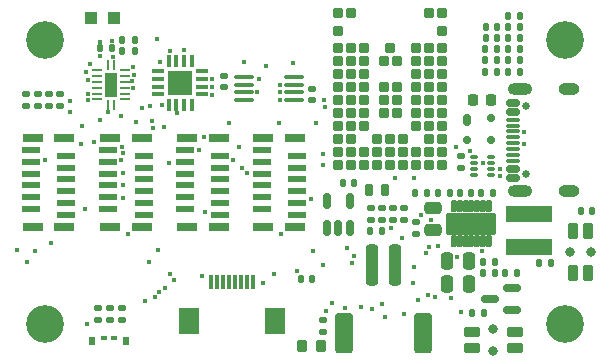
<source format=gbr>
%TF.GenerationSoftware,KiCad,Pcbnew,9.0.4*%
%TF.CreationDate,2025-09-08T17:38:28-04:00*%
%TF.ProjectId,CPU1-NRF5340-uBlox-NORA,43505531-2d4e-4524-9635-3334302d7542,A*%
%TF.SameCoordinates,Original*%
%TF.FileFunction,Soldermask,Top*%
%TF.FilePolarity,Negative*%
%FSLAX46Y46*%
G04 Gerber Fmt 4.6, Leading zero omitted, Abs format (unit mm)*
G04 Created by KiCad (PCBNEW 9.0.4) date 2025-09-08 17:38:28*
%MOMM*%
%LPD*%
G01*
G04 APERTURE LIST*
G04 Aperture macros list*
%AMRoundRect*
0 Rectangle with rounded corners*
0 $1 Rounding radius*
0 $2 $3 $4 $5 $6 $7 $8 $9 X,Y pos of 4 corners*
0 Add a 4 corners polygon primitive as box body*
4,1,4,$2,$3,$4,$5,$6,$7,$8,$9,$2,$3,0*
0 Add four circle primitives for the rounded corners*
1,1,$1+$1,$2,$3*
1,1,$1+$1,$4,$5*
1,1,$1+$1,$6,$7*
1,1,$1+$1,$8,$9*
0 Add four rect primitives between the rounded corners*
20,1,$1+$1,$2,$3,$4,$5,0*
20,1,$1+$1,$4,$5,$6,$7,0*
20,1,$1+$1,$6,$7,$8,$9,0*
20,1,$1+$1,$8,$9,$2,$3,0*%
G04 Aperture macros list end*
%ADD10RoundRect,0.250000X-0.250000X-1.500000X0.250000X-1.500000X0.250000X1.500000X-0.250000X1.500000X0*%
%ADD11RoundRect,0.250001X-0.499999X-1.449999X0.499999X-1.449999X0.499999X1.449999X-0.499999X1.449999X0*%
%ADD12RoundRect,0.135000X-0.135000X-0.185000X0.135000X-0.185000X0.135000X0.185000X-0.135000X0.185000X0*%
%ADD13C,3.200000*%
%ADD14RoundRect,0.140000X-0.170000X0.140000X-0.170000X-0.140000X0.170000X-0.140000X0.170000X0.140000X0*%
%ADD15RoundRect,0.147500X-0.147500X-0.172500X0.147500X-0.172500X0.147500X0.172500X-0.147500X0.172500X0*%
%ADD16RoundRect,0.140000X0.170000X-0.140000X0.170000X0.140000X-0.170000X0.140000X-0.170000X-0.140000X0*%
%ADD17RoundRect,0.135000X0.135000X0.185000X-0.135000X0.185000X-0.135000X-0.185000X0.135000X-0.185000X0*%
%ADD18RoundRect,0.150000X0.150000X-0.512500X0.150000X0.512500X-0.150000X0.512500X-0.150000X-0.512500X0*%
%ADD19C,0.650000*%
%ADD20RoundRect,0.150000X0.425000X-0.150000X0.425000X0.150000X-0.425000X0.150000X-0.425000X-0.150000X0*%
%ADD21RoundRect,0.075000X0.500000X-0.075000X0.500000X0.075000X-0.500000X0.075000X-0.500000X-0.075000X0*%
%ADD22O,2.100000X1.000000*%
%ADD23O,1.800000X1.000000*%
%ADD24R,1.000000X1.000000*%
%ADD25RoundRect,0.250000X-0.475000X0.250000X-0.475000X-0.250000X0.475000X-0.250000X0.475000X0.250000X0*%
%ADD26RoundRect,0.250000X0.250000X0.475000X-0.250000X0.475000X-0.250000X-0.475000X0.250000X-0.475000X0*%
%ADD27RoundRect,0.100000X-0.712500X-0.100000X0.712500X-0.100000X0.712500X0.100000X-0.712500X0.100000X0*%
%ADD28R,0.300000X1.300000*%
%ADD29R,1.800000X2.200000*%
%ADD30R,1.500000X0.600000*%
%ADD31R,1.800000X0.800000*%
%ADD32RoundRect,0.062500X-0.062500X-0.350000X0.062500X-0.350000X0.062500X0.350000X-0.062500X0.350000X0*%
%ADD33RoundRect,0.062500X-0.350000X-0.062500X0.350000X-0.062500X0.350000X0.062500X-0.350000X0.062500X0*%
%ADD34R,1.000000X2.000000*%
%ADD35RoundRect,0.135000X0.185000X-0.135000X0.185000X0.135000X-0.185000X0.135000X-0.185000X-0.135000X0*%
%ADD36C,0.800000*%
%ADD37RoundRect,0.135000X0.315000X-0.565000X0.315000X0.565000X-0.315000X0.565000X-0.315000X-0.565000X0*%
%ADD38RoundRect,0.225000X0.225000X0.250000X-0.225000X0.250000X-0.225000X-0.250000X0.225000X-0.250000X0*%
%ADD39RoundRect,0.050000X-0.285000X-0.100000X0.285000X-0.100000X0.285000X0.100000X-0.285000X0.100000X0*%
%ADD40RoundRect,0.140000X0.140000X0.170000X-0.140000X0.170000X-0.140000X-0.170000X0.140000X-0.170000X0*%
%ADD41RoundRect,0.150000X0.150000X0.400000X-0.150000X0.400000X-0.150000X-0.400000X0.150000X-0.400000X0*%
%ADD42RoundRect,0.225000X0.225000X0.275000X-0.225000X0.275000X-0.225000X-0.275000X0.225000X-0.275000X0*%
%ADD43RoundRect,0.135000X-0.565000X-0.315000X0.565000X-0.315000X0.565000X0.315000X-0.565000X0.315000X0*%
%ADD44RoundRect,0.135000X-0.185000X0.135000X-0.185000X-0.135000X0.185000X-0.135000X0.185000X0.135000X0*%
%ADD45RoundRect,0.150000X0.587500X0.150000X-0.587500X0.150000X-0.587500X-0.150000X0.587500X-0.150000X0*%
%ADD46RoundRect,0.140000X-0.140000X-0.170000X0.140000X-0.170000X0.140000X0.170000X-0.140000X0.170000X0*%
%ADD47RoundRect,0.102000X0.150000X-0.425000X0.150000X0.425000X-0.150000X0.425000X-0.150000X-0.425000X0*%
%ADD48RoundRect,0.102000X2.000000X-0.790000X2.000000X0.790000X-2.000000X0.790000X-2.000000X-0.790000X0*%
%ADD49RoundRect,0.102000X-1.850000X0.600000X-1.850000X-0.600000X1.850000X-0.600000X1.850000X0.600000X0*%
%ADD50RoundRect,0.175000X-0.175000X-0.325000X0.175000X-0.325000X0.175000X0.325000X-0.175000X0.325000X0*%
%ADD51RoundRect,0.150000X-0.200000X-0.150000X0.200000X-0.150000X0.200000X0.150000X-0.200000X0.150000X0*%
%ADD52RoundRect,0.102000X0.300000X-0.300000X0.300000X0.300000X-0.300000X0.300000X-0.300000X-0.300000X0*%
%ADD53R,0.550000X0.780000*%
%ADD54R,0.550000X0.340000*%
%ADD55RoundRect,0.087500X0.425000X0.087500X-0.425000X0.087500X-0.425000X-0.087500X0.425000X-0.087500X0*%
%ADD56RoundRect,0.087500X0.087500X0.425000X-0.087500X0.425000X-0.087500X-0.425000X0.087500X-0.425000X0*%
%ADD57R,2.100000X2.100000*%
%ADD58C,0.450000*%
G04 APERTURE END LIST*
D10*
%TO.C,J3*%
X136150000Y-96550000D03*
X138150000Y-96550000D03*
D11*
X133800000Y-102300000D03*
X140500000Y-102300000D03*
%TD*%
D12*
%TO.C,R29*%
X144690000Y-100550000D03*
X145710000Y-100550000D03*
%TD*%
D13*
%TO.C,H2*%
X152500000Y-77500000D03*
%TD*%
D14*
%TO.C,C7*%
X137025000Y-91720000D03*
X137025000Y-92680000D03*
%TD*%
D15*
%TO.C,D1*%
X145832500Y-76375000D03*
X146802500Y-76375000D03*
%TD*%
D16*
%TO.C,C10*%
X138900000Y-92680000D03*
X138900000Y-91720000D03*
%TD*%
D17*
%TO.C,R17*%
X142760000Y-90400000D03*
X141740000Y-90400000D03*
%TD*%
D18*
%TO.C,U5*%
X132387500Y-93387500D03*
X133337500Y-93387500D03*
X134287500Y-93387500D03*
X134287500Y-91112500D03*
X132387500Y-91112500D03*
%TD*%
D19*
%TO.C,J1*%
X149220000Y-88850000D03*
X149220000Y-83070000D03*
D20*
X148145000Y-89160000D03*
X148145000Y-88360000D03*
D21*
X148145000Y-87210000D03*
X148145000Y-86210000D03*
X148145000Y-85710000D03*
X148145000Y-84710000D03*
D20*
X148145000Y-83560000D03*
X148145000Y-82760000D03*
X148145000Y-82760000D03*
X148145000Y-83560000D03*
D21*
X148145000Y-84210000D03*
X148145000Y-85210000D03*
X148145000Y-86710000D03*
X148145000Y-87710000D03*
D20*
X148145000Y-88360000D03*
X148145000Y-89160000D03*
D22*
X148720000Y-90280000D03*
D23*
X152900000Y-90280000D03*
D22*
X148720000Y-81640000D03*
D23*
X152900000Y-81640000D03*
%TD*%
D17*
%TO.C,R9*%
X148710000Y-78250000D03*
X147690000Y-78250000D03*
%TD*%
%TO.C,R23*%
X151360000Y-96350000D03*
X150340000Y-96350000D03*
%TD*%
D24*
%TO.C,TP1*%
X112360000Y-75621000D03*
%TD*%
D25*
%TO.C,C13*%
X141375000Y-91650000D03*
X141375000Y-93550000D03*
%TD*%
D26*
%TO.C,C14*%
X144400000Y-96150000D03*
X142500000Y-96150000D03*
%TD*%
D16*
%TO.C,C4*%
X131125000Y-82555000D03*
X131125000Y-81595000D03*
%TD*%
D27*
%TO.C,U3*%
X125337500Y-80600000D03*
X125337500Y-81250000D03*
X125337500Y-81900000D03*
X125337500Y-82550000D03*
X129562500Y-82550000D03*
X129562500Y-81900000D03*
X129562500Y-81250000D03*
X129562500Y-80600000D03*
%TD*%
D13*
%TO.C,H1*%
X108500000Y-77500000D03*
%TD*%
D28*
%TO.C,J2*%
X122575000Y-97975000D03*
X123075000Y-97975000D03*
X123575000Y-97975000D03*
X124075000Y-97975000D03*
X124575000Y-97975000D03*
X125075000Y-97975000D03*
X125575000Y-97975000D03*
X126075000Y-97975000D03*
D29*
X120675000Y-101225000D03*
X127975000Y-101225000D03*
%TD*%
D30*
%TO.C,CON1*%
X107300000Y-86775000D03*
X110300000Y-87275000D03*
X107300000Y-87775000D03*
X110300000Y-88275000D03*
X107300000Y-88775000D03*
X110300000Y-89275000D03*
X107300000Y-89775000D03*
X110300000Y-90275000D03*
X107300000Y-90775000D03*
X110300000Y-91275000D03*
X107300000Y-91775000D03*
X110300000Y-92275000D03*
D31*
X107450000Y-85775000D03*
X110150000Y-85775000D03*
X107450000Y-93275000D03*
X110150000Y-93275000D03*
%TD*%
D16*
%TO.C,C12*%
X139925000Y-93855000D03*
X139925000Y-92895000D03*
%TD*%
D32*
%TO.C,U1*%
X113825000Y-79562500D03*
D33*
X112887500Y-80000000D03*
X112887500Y-80500000D03*
X112887500Y-81000000D03*
X112887500Y-81500000D03*
X112887500Y-82000000D03*
X112887500Y-82500000D03*
D32*
X113825000Y-82937500D03*
X114325000Y-82937500D03*
D33*
X115262500Y-82500000D03*
X115262500Y-82000000D03*
X115262500Y-81500000D03*
X115262500Y-81000000D03*
X115262500Y-80500000D03*
X115262500Y-80000000D03*
D32*
X114325000Y-79562500D03*
D34*
X114075000Y-81250000D03*
%TD*%
D30*
%TO.C,CON3*%
X120350000Y-86775000D03*
X123350000Y-87275000D03*
X120350000Y-87775000D03*
X123350000Y-88275000D03*
X120350000Y-88775000D03*
X123350000Y-89275000D03*
X120350000Y-89775000D03*
X123350000Y-90275000D03*
X120350000Y-90775000D03*
X123350000Y-91275000D03*
X120350000Y-91775000D03*
X123350000Y-92275000D03*
D31*
X120500000Y-85775000D03*
X123200000Y-85775000D03*
X120500000Y-93275000D03*
X123200000Y-93275000D03*
%TD*%
D17*
%TO.C,R16*%
X140885000Y-90425000D03*
X139865000Y-90425000D03*
%TD*%
D35*
%TO.C,R26*%
X115040000Y-101210000D03*
X115040000Y-100190000D03*
%TD*%
D12*
%TO.C,R10*%
X147665000Y-79200000D03*
X148685000Y-79200000D03*
%TD*%
%TO.C,R8*%
X145790000Y-80150000D03*
X146810000Y-80150000D03*
%TD*%
D13*
%TO.C,H4*%
X152500000Y-101500000D03*
%TD*%
D30*
%TO.C,CON2*%
X113850000Y-86775000D03*
X116850000Y-87275000D03*
X113850000Y-87775000D03*
X116850000Y-88275000D03*
X113850000Y-88775000D03*
X116850000Y-89275000D03*
X113850000Y-89775000D03*
X116850000Y-90275000D03*
X113850000Y-90775000D03*
X116850000Y-91275000D03*
X113850000Y-91775000D03*
X116850000Y-92275000D03*
D31*
X114000000Y-85775000D03*
X116700000Y-85775000D03*
X114000000Y-93275000D03*
X116700000Y-93275000D03*
%TD*%
D26*
%TO.C,C16*%
X144425000Y-98125000D03*
X142525000Y-98125000D03*
%TD*%
D36*
%TO.C,SW1*%
X152960000Y-95421000D03*
X154760000Y-95421000D03*
D37*
X154510000Y-97221000D03*
X154510000Y-93621000D03*
X153210000Y-93621000D03*
X153210000Y-97221000D03*
%TD*%
D16*
%TO.C,C3*%
X123650000Y-81480000D03*
X123650000Y-80520000D03*
%TD*%
D38*
%TO.C,C5*%
X146250000Y-82575000D03*
X144700000Y-82575000D03*
%TD*%
D39*
%TO.C,U6*%
X144785000Y-87412500D03*
X144785000Y-87912500D03*
X144785000Y-88412500D03*
X144785000Y-88912500D03*
X146265000Y-88912500D03*
X146265000Y-88412500D03*
X146265000Y-87912500D03*
X146265000Y-87412500D03*
%TD*%
D17*
%TO.C,R18*%
X146460000Y-90400000D03*
X145440000Y-90400000D03*
%TD*%
D12*
%TO.C,R21*%
X145590000Y-97200000D03*
X146610000Y-97200000D03*
%TD*%
D35*
%TO.C,R14*%
X109775000Y-83035000D03*
X109775000Y-82015000D03*
%TD*%
D40*
%TO.C,C11*%
X144580000Y-90400000D03*
X143620000Y-90400000D03*
%TD*%
D41*
%TO.C,Y1*%
X137300000Y-90175000D03*
X135900000Y-90175000D03*
%TD*%
D35*
%TO.C,R19*%
X143725000Y-88310000D03*
X143725000Y-87290000D03*
%TD*%
D12*
%TO.C,R11*%
X147665000Y-80150000D03*
X148685000Y-80150000D03*
%TD*%
D14*
%TO.C,C9*%
X137975000Y-91720000D03*
X137975000Y-92680000D03*
%TD*%
D35*
%TO.C,R12*%
X106925000Y-83035000D03*
X106925000Y-82015000D03*
%TD*%
D42*
%TO.C,D5*%
X131852500Y-103372500D03*
X130252500Y-103372500D03*
%TD*%
D17*
%TO.C,R7*%
X146810000Y-79200000D03*
X145790000Y-79200000D03*
%TD*%
D36*
%TO.C,SW2*%
X146475000Y-101962500D03*
X146475000Y-103762500D03*
D43*
X144675000Y-103512500D03*
X148275000Y-103512500D03*
X148275000Y-102212500D03*
X144675000Y-102212500D03*
%TD*%
D17*
%TO.C,R5*%
X116085000Y-78400000D03*
X115065000Y-78400000D03*
%TD*%
%TO.C,R22*%
X146610000Y-96250000D03*
X145590000Y-96250000D03*
%TD*%
D35*
%TO.C,R25*%
X113025000Y-101210000D03*
X113025000Y-100190000D03*
%TD*%
D44*
%TO.C,R28*%
X132075000Y-101140000D03*
X132075000Y-102160000D03*
%TD*%
D12*
%TO.C,R4*%
X147665000Y-75400000D03*
X148685000Y-75400000D03*
%TD*%
%TO.C,R20*%
X136040000Y-93625000D03*
X137060000Y-93625000D03*
%TD*%
D40*
%TO.C,C2*%
X114155000Y-78150000D03*
X113195000Y-78150000D03*
%TD*%
D17*
%TO.C,R3*%
X148685000Y-76350000D03*
X147665000Y-76350000D03*
%TD*%
D45*
%TO.C,Q1*%
X148037500Y-100325000D03*
X148037500Y-98425000D03*
X146162500Y-99375000D03*
%TD*%
D17*
%TO.C,R6*%
X146810000Y-78250000D03*
X145790000Y-78250000D03*
%TD*%
D12*
%TO.C,R2*%
X147665000Y-77300000D03*
X148685000Y-77300000D03*
%TD*%
D46*
%TO.C,C15*%
X130145000Y-97700000D03*
X131105000Y-97700000D03*
%TD*%
D24*
%TO.C,TP2*%
X114360000Y-75621000D03*
%TD*%
D47*
%TO.C,U7*%
X143110000Y-94496000D03*
X143610000Y-94496000D03*
X144110000Y-94496000D03*
X144610000Y-94496000D03*
X145110000Y-94496000D03*
X145610000Y-94496000D03*
X146110000Y-94496000D03*
X146110000Y-91546000D03*
X145610000Y-91546000D03*
X145110000Y-91546000D03*
X144610000Y-91546000D03*
X144110000Y-91546000D03*
X143610000Y-91546000D03*
X143110000Y-91546000D03*
D48*
X144610000Y-93021000D03*
%TD*%
D30*
%TO.C,CON4*%
X126850000Y-86775000D03*
X129850000Y-87275000D03*
X126850000Y-87775000D03*
X129850000Y-88275000D03*
X126850000Y-88775000D03*
X129850000Y-89275000D03*
X126850000Y-89775000D03*
X129850000Y-90275000D03*
X126850000Y-90775000D03*
X129850000Y-91275000D03*
X126850000Y-91775000D03*
X129850000Y-92275000D03*
D31*
X127000000Y-85775000D03*
X129700000Y-85775000D03*
X127000000Y-93275000D03*
X129700000Y-93275000D03*
%TD*%
D49*
%TO.C,L1*%
X149510000Y-92221000D03*
X149510000Y-95021000D03*
%TD*%
D40*
%TO.C,C6*%
X134655000Y-89550000D03*
X133695000Y-89550000D03*
%TD*%
D35*
%TO.C,R13*%
X107875000Y-83035000D03*
X107875000Y-82015000D03*
%TD*%
D50*
%TO.C,D2*%
X144260000Y-84258500D03*
D51*
X144260000Y-85958500D03*
X146260000Y-85958500D03*
X146260000Y-84058500D03*
%TD*%
D35*
%TO.C,R27*%
X114025000Y-101210000D03*
X114025000Y-100190000D03*
%TD*%
D52*
%TO.C,U4*%
X142150000Y-88075000D03*
X141050000Y-88075000D03*
X139950000Y-88075000D03*
X138850000Y-88075000D03*
X137750000Y-88075000D03*
X136650000Y-88075000D03*
X135550000Y-88075000D03*
X134450000Y-88075000D03*
X133350000Y-88075000D03*
X142150000Y-86975000D03*
X141050000Y-86975000D03*
X139950000Y-86975000D03*
X138850000Y-86975000D03*
X137750000Y-86975000D03*
X136650000Y-86975000D03*
X135550000Y-86975000D03*
X134450000Y-86975000D03*
X133350000Y-86975000D03*
X142150000Y-85875000D03*
X141050000Y-85875000D03*
X138850000Y-85875000D03*
X137750000Y-85875000D03*
X136650000Y-85875000D03*
X134450000Y-85875000D03*
X133350000Y-85875000D03*
X142150000Y-84775000D03*
X141050000Y-84775000D03*
X139950000Y-84775000D03*
X135550000Y-84775000D03*
X134450000Y-84775000D03*
X133350000Y-84775000D03*
X142150000Y-83675000D03*
X141050000Y-83675000D03*
X139950000Y-83675000D03*
X138300000Y-83675000D03*
X137200000Y-83675000D03*
X135550000Y-83675000D03*
X134450000Y-83675000D03*
X133350000Y-83675000D03*
X142150000Y-82575000D03*
X141050000Y-82575000D03*
X139950000Y-82575000D03*
X138300000Y-82575000D03*
X137200000Y-82575000D03*
X135550000Y-82575000D03*
X134450000Y-82575000D03*
X133350000Y-82575000D03*
X142150000Y-81475000D03*
X141050000Y-81475000D03*
X139950000Y-81475000D03*
X138300000Y-81475000D03*
X137200000Y-81475000D03*
X135550000Y-81475000D03*
X134450000Y-81475000D03*
X133350000Y-81475000D03*
X142150000Y-80375000D03*
X141050000Y-80375000D03*
X139950000Y-80375000D03*
X135550000Y-80375000D03*
X134450000Y-80375000D03*
X133350000Y-80375000D03*
X142150000Y-79275000D03*
X141050000Y-79275000D03*
X139950000Y-79275000D03*
X138300000Y-79275000D03*
X137200000Y-79275000D03*
X135550000Y-79275000D03*
X134450000Y-79275000D03*
X133350000Y-79275000D03*
X142150000Y-78175000D03*
X141050000Y-78175000D03*
X139950000Y-78175000D03*
X137750000Y-78175000D03*
X135550000Y-78175000D03*
X134450000Y-78175000D03*
X133350000Y-78175000D03*
X142150000Y-76675000D03*
X133350000Y-76675000D03*
X142150000Y-75175000D03*
X141050000Y-75175000D03*
X134450000Y-75175000D03*
X133350000Y-75175000D03*
%TD*%
D12*
%TO.C,R1*%
X115065000Y-77450000D03*
X116085000Y-77450000D03*
%TD*%
D35*
%TO.C,R15*%
X108825000Y-83035000D03*
X108825000Y-82015000D03*
%TD*%
D46*
%TO.C,C1*%
X145845000Y-77325000D03*
X146805000Y-77325000D03*
%TD*%
D15*
%TO.C,D3*%
X153842500Y-91971000D03*
X154812500Y-91971000D03*
%TD*%
D14*
%TO.C,C8*%
X136100000Y-91720000D03*
X136100000Y-92680000D03*
%TD*%
D53*
%TO.C,D4*%
X112500000Y-102920000D03*
D54*
X113500000Y-102700000D03*
X114350000Y-102700000D03*
D53*
X115350000Y-102920000D03*
%TD*%
D13*
%TO.C,H3*%
X108500000Y-101500000D03*
%TD*%
D12*
%TO.C,R24*%
X147465000Y-97200000D03*
X148485000Y-97200000D03*
%TD*%
D55*
%TO.C,U2*%
X121812500Y-82075000D03*
X121812500Y-81425000D03*
X121812500Y-80775000D03*
X121812500Y-80125000D03*
D56*
X120925000Y-79237500D03*
X120275000Y-79237500D03*
X119625000Y-79237500D03*
X118975000Y-79237500D03*
D55*
X118087500Y-80125000D03*
X118087500Y-80775000D03*
X118087500Y-81425000D03*
X118087500Y-82075000D03*
D56*
X118975000Y-82962500D03*
X119625000Y-82962500D03*
X120275000Y-82962500D03*
X120925000Y-82962500D03*
D57*
X119950000Y-81100000D03*
%TD*%
D58*
X132000000Y-88050000D03*
X132000000Y-87100000D03*
X117950000Y-77400000D03*
X113188105Y-78812000D03*
X117396000Y-83057426D03*
X117300000Y-96250000D03*
X116747009Y-83203802D03*
X125323600Y-79349600D03*
X122021600Y-91998800D03*
X118250000Y-79300000D03*
X107425000Y-85800000D03*
X142150000Y-75175000D03*
X127000000Y-85775000D03*
X144450000Y-86850000D03*
X153225000Y-97200000D03*
X138150000Y-97900000D03*
X147675000Y-79200000D03*
X141050000Y-75175000D03*
X138875000Y-91725000D03*
X138150000Y-96550000D03*
X142150000Y-76675000D03*
X113195000Y-77600000D03*
X146275000Y-93575000D03*
X138300000Y-83675000D03*
X112150000Y-82550000D03*
X123200000Y-93275000D03*
X107300000Y-86775000D03*
X127000000Y-93275000D03*
X127975000Y-101250000D03*
X114025000Y-93275000D03*
X141725000Y-90400000D03*
X128400000Y-81250000D03*
X146275000Y-92500000D03*
X134450000Y-75175000D03*
X110125000Y-85800000D03*
X131100000Y-97700000D03*
X137025000Y-92700000D03*
X141050000Y-86975000D03*
X133325000Y-93400000D03*
X126850000Y-86775000D03*
X143625000Y-90382500D03*
X142925000Y-93550000D03*
X153225000Y-93650000D03*
X146800000Y-80150000D03*
X142500000Y-96150000D03*
X137750000Y-78169000D03*
X129700000Y-93275000D03*
X107450000Y-93275000D03*
X135550000Y-78169000D03*
X148700000Y-75425000D03*
X123200000Y-85775000D03*
X120700000Y-101250000D03*
X106900000Y-82000000D03*
X138300000Y-82575000D03*
X122650000Y-82100000D03*
X113875000Y-86800000D03*
X116100000Y-77425000D03*
X148275000Y-102250000D03*
X112150000Y-82000000D03*
X133725000Y-89550000D03*
X123650002Y-80520000D03*
X129725000Y-85800000D03*
X142925000Y-92450000D03*
X148025000Y-98425000D03*
X146625000Y-97225000D03*
X137075000Y-93650000D03*
X144675000Y-102275000D03*
X108825000Y-82000000D03*
X113975000Y-85775000D03*
X134450000Y-78169000D03*
X137200000Y-82575000D03*
X139925000Y-92900000D03*
X113821537Y-83600000D03*
X120475000Y-85775000D03*
X143400000Y-95800000D03*
X133350000Y-75175000D03*
X139875000Y-90425000D03*
X120500000Y-93275000D03*
X134450000Y-86975000D03*
X110175000Y-93275000D03*
X116675000Y-93275000D03*
X116700000Y-85775000D03*
X144700000Y-82575000D03*
X142525000Y-98125000D03*
X141025000Y-78169000D03*
X109775000Y-82014998D03*
X148700000Y-77300000D03*
X126450000Y-81900000D03*
X133350000Y-76675000D03*
X148026284Y-89176284D03*
X148025000Y-82775000D03*
X120375000Y-86800000D03*
X147675000Y-80175000D03*
X107850000Y-82000000D03*
X142925000Y-92975000D03*
X128400000Y-81850000D03*
X146275000Y-93100000D03*
X127000000Y-98000000D03*
X146825000Y-77325000D03*
X120275002Y-78350000D03*
X131125000Y-81600000D03*
X141375000Y-93550000D03*
X137200000Y-83675000D03*
X138150000Y-95375000D03*
X144600000Y-93000000D03*
X142150000Y-88075000D03*
X139950000Y-78169000D03*
X122650000Y-80750000D03*
X136100000Y-92700000D03*
X122650000Y-81425000D03*
X137950000Y-92700000D03*
X133325000Y-88075000D03*
X144250000Y-84275000D03*
X121775000Y-97465500D03*
X131125000Y-82525000D03*
X144700000Y-100550000D03*
X113131197Y-84281197D03*
X145850000Y-76400000D03*
X128400000Y-82550000D03*
X119649256Y-83659499D03*
X112000000Y-80150000D03*
X135549999Y-86975001D03*
X123650002Y-81480000D03*
X134700000Y-89550000D03*
X146625000Y-96250000D03*
X144425000Y-98125000D03*
X114150000Y-77550000D03*
X116825000Y-87300000D03*
X110275000Y-87275000D03*
X144625000Y-94500000D03*
X123350000Y-87325000D03*
X112050000Y-101475000D03*
X114300000Y-78900000D03*
X134450000Y-88075000D03*
X145525000Y-95325000D03*
X130150000Y-97725000D03*
X146850000Y-78250000D03*
X135550000Y-88050000D03*
X144400000Y-96150000D03*
X150325000Y-96375000D03*
X129849999Y-87274999D03*
X140098327Y-99461500D03*
X141050000Y-81475000D03*
X107625000Y-95350000D03*
X134483767Y-96322082D03*
X135550000Y-83675000D03*
X109014634Y-94694240D03*
X133350000Y-81475000D03*
X111850000Y-91776000D03*
X114898399Y-83927062D03*
X139950000Y-80375000D03*
X110300000Y-91275000D03*
X111650000Y-84725000D03*
X115120619Y-87075095D03*
X109786304Y-83081000D03*
X115930517Y-81562774D03*
X125627722Y-88700500D03*
X134450000Y-79275000D03*
X107300000Y-91775000D03*
X106150000Y-95275000D03*
X132065500Y-96527549D03*
X134450000Y-83675000D03*
X112675000Y-86075000D03*
X134450000Y-84775000D03*
X139950000Y-84775000D03*
X138875906Y-100629007D03*
X106950000Y-96250000D03*
X111525000Y-86275000D03*
X139950000Y-81475000D03*
X117585478Y-84294426D03*
X142150000Y-81475000D03*
X117607358Y-84947062D03*
X132170821Y-83132997D03*
X138850000Y-85875000D03*
X115119000Y-89705604D03*
X115011092Y-86509012D03*
X132165532Y-82524000D03*
X118590358Y-84827036D03*
X135550000Y-82575000D03*
X135250000Y-100075000D03*
X116971203Y-99584500D03*
X113850000Y-91775000D03*
X116850000Y-88275000D03*
X139950000Y-88075000D03*
X139719000Y-96650000D03*
X117796613Y-99259500D03*
X138148687Y-89161999D03*
X115119000Y-88705257D03*
X138850000Y-86975000D03*
X133350000Y-83675000D03*
X116200000Y-84400000D03*
X115084614Y-90865257D03*
X114966729Y-87631197D03*
X115950000Y-79750000D03*
X119025000Y-87900000D03*
X108825000Y-83050000D03*
X134111500Y-95039449D03*
X134450000Y-80375000D03*
X142150000Y-85875000D03*
X124916453Y-86503500D03*
X139950000Y-86975000D03*
X121550000Y-86775000D03*
X125180703Y-88285000D03*
X141050000Y-88075000D03*
X124113500Y-84522881D03*
X139950000Y-83675000D03*
X134678999Y-95723253D03*
X135550000Y-80375000D03*
X113850000Y-87775000D03*
X107850000Y-83025000D03*
X108525000Y-87600000D03*
X116024416Y-80407760D03*
X121923976Y-85699127D03*
X141050000Y-85875000D03*
X141778553Y-94885253D03*
X127878661Y-97235983D03*
X142150000Y-80375000D03*
X142150000Y-86975000D03*
X124450727Y-87607000D03*
X141175000Y-92675000D03*
X141050000Y-82575000D03*
X129850000Y-88275000D03*
X143303434Y-86525000D03*
X142150002Y-82575000D03*
X139743000Y-89148379D03*
X141050000Y-83675000D03*
X126850000Y-89775000D03*
X141000000Y-94950000D03*
X131234500Y-95337656D03*
X131052175Y-90935219D03*
X142150000Y-84775000D03*
X115882027Y-80973493D03*
X110650000Y-83575000D03*
X110650000Y-82619500D03*
X106900000Y-83050000D03*
X107300000Y-87775000D03*
X137750000Y-85875000D03*
X138737055Y-94189135D03*
X139950000Y-82575000D03*
X140325000Y-92257000D03*
X128294669Y-84461000D03*
X142150000Y-83675000D03*
X128507000Y-93869222D03*
X137800000Y-93350000D03*
X137750000Y-86975000D03*
X149075000Y-86250000D03*
X149075000Y-85250000D03*
X143725000Y-88310000D03*
X130252500Y-103372500D03*
X146250000Y-82575000D03*
X134287500Y-91112500D03*
X148025000Y-88375000D03*
X147000000Y-89000000D03*
X148025000Y-83575000D03*
X137975000Y-91725000D03*
X134287499Y-93387499D03*
X147000000Y-88375000D03*
X115501503Y-93861560D03*
X116085000Y-78400000D03*
X136125000Y-96525000D03*
X138900000Y-92700000D03*
X119074691Y-78375309D03*
X119106000Y-97300000D03*
X147665000Y-78250000D03*
X112114958Y-80812561D03*
X147665000Y-76350000D03*
X112300000Y-79500000D03*
X146460000Y-90400000D03*
X129800000Y-97025000D03*
X118100000Y-95250000D03*
X142760000Y-90400000D03*
X140750000Y-95525000D03*
X133350000Y-82575000D03*
X132319500Y-100380372D03*
X132775000Y-99750000D03*
X134450000Y-82575000D03*
X133874379Y-100137588D03*
X134450000Y-81475000D03*
X143100000Y-91550000D03*
X148485000Y-97200000D03*
X143725000Y-100500000D03*
X118700000Y-98505500D03*
X132075000Y-101140000D03*
X132400000Y-93425000D03*
X118432233Y-82938011D03*
X142900000Y-99325000D03*
X154510000Y-93621000D03*
X119425000Y-97800000D03*
X145815000Y-78250000D03*
X135550000Y-84775000D03*
X137065500Y-99790500D03*
X126596856Y-80784462D03*
X135550000Y-81475000D03*
X145100000Y-91550000D03*
X145450000Y-90400000D03*
X141375000Y-91650000D03*
X145600000Y-87912500D03*
X144575000Y-90425000D03*
X144675000Y-91506105D03*
X116850000Y-89275000D03*
X118171539Y-98794000D03*
X138850000Y-88075000D03*
X139681532Y-98074266D03*
X131444540Y-84535000D03*
X141050000Y-84775000D03*
X141504444Y-99226643D03*
X141025000Y-79275000D03*
X136150000Y-100225000D03*
X134450000Y-85875000D03*
X137250000Y-100900000D03*
X137750000Y-88075000D03*
X141050000Y-80375000D03*
X140900000Y-99019901D03*
X135550000Y-79275000D03*
X120950000Y-82939298D03*
X129475000Y-79379000D03*
X133350000Y-80375000D03*
X127175000Y-79650000D03*
M02*

</source>
